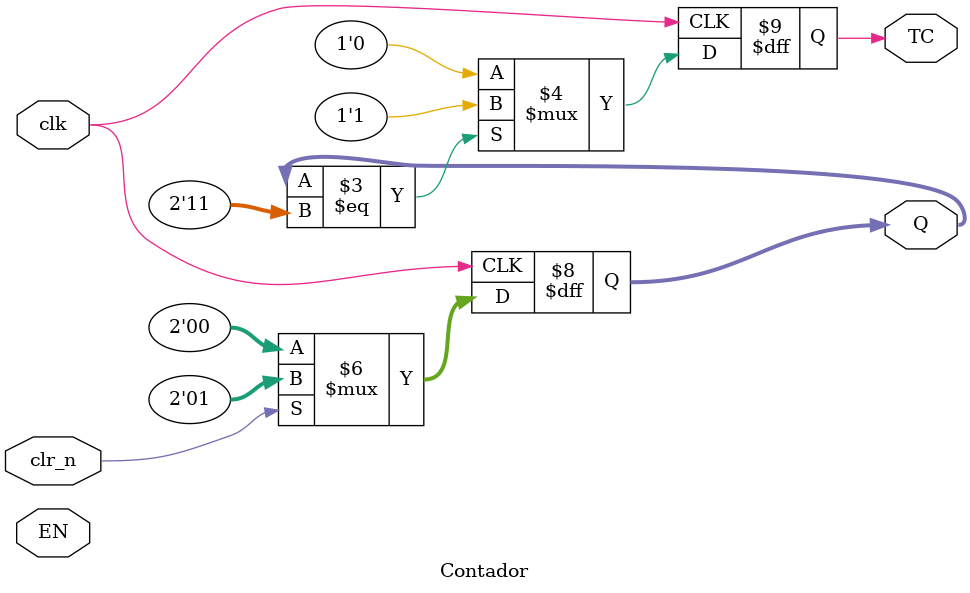
<source format=v>
module Contador(
					 input clk, EN, clr_n,
					 output reg [1:0] Q,
					 output reg TC				 
					 );


always @ (posedge clk)
begin
	if (~clr_n)
		Q <= 2'b00;
	else
	begin
			Q <= 2'b01;
	end
				 
TC <= (Q == 2'd3) ? 1'b1: 1'b0; //Condição ( Se Q é igual a 2'd3 [3 em decimal] TC recebe 1b'1, se não TC recebe 1'b0			 
	

end	
endmodule 
</source>
